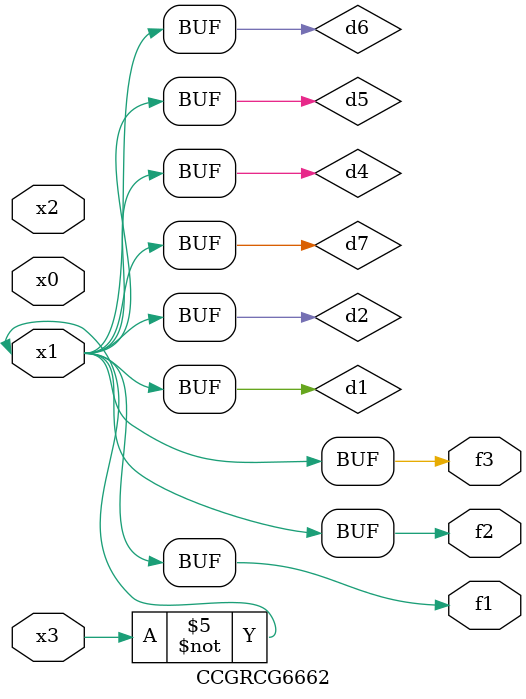
<source format=v>
module CCGRCG6662(
	input x0, x1, x2, x3,
	output f1, f2, f3
);

	wire d1, d2, d3, d4, d5, d6, d7;

	not (d1, x3);
	buf (d2, x1);
	xnor (d3, d1, d2);
	nor (d4, d1);
	buf (d5, d1, d2);
	buf (d6, d4, d5);
	nand (d7, d4);
	assign f1 = d6;
	assign f2 = d7;
	assign f3 = d6;
endmodule

</source>
